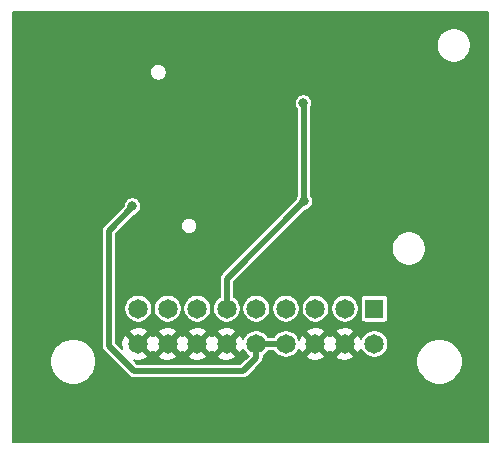
<source format=gbr>
G04 #@! TF.GenerationSoftware,KiCad,Pcbnew,(5.1.2)-2*
G04 #@! TF.CreationDate,2020-01-30T13:06:46+01:00*
G04 #@! TF.ProjectId,Pedalbox Extenion Board,50656461-6c62-46f7-9820-457874656e69,rev?*
G04 #@! TF.SameCoordinates,Original*
G04 #@! TF.FileFunction,Copper,L2,Bot*
G04 #@! TF.FilePolarity,Positive*
%FSLAX46Y46*%
G04 Gerber Fmt 4.6, Leading zero omitted, Abs format (unit mm)*
G04 Created by KiCad (PCBNEW (5.1.2)-2) date 2020-01-30 13:06:46*
%MOMM*%
%LPD*%
G04 APERTURE LIST*
%ADD10C,1.650000*%
%ADD11R,1.650000X1.650000*%
%ADD12C,0.800000*%
%ADD13C,0.508000*%
%ADD14C,0.200000*%
G04 APERTURE END LIST*
D10*
X140000000Y-148500000D03*
X142500000Y-148500000D03*
X145000000Y-148500000D03*
X147500000Y-148500000D03*
X150000000Y-148500000D03*
X152500000Y-148500000D03*
X155000000Y-148500000D03*
X157500000Y-148500000D03*
X160000000Y-148500000D03*
X140000000Y-145500000D03*
X142500000Y-145500000D03*
X145000000Y-145500000D03*
X147500000Y-145500000D03*
X150000000Y-145500000D03*
X152500000Y-145500000D03*
X155000000Y-145500000D03*
X157500000Y-145500000D03*
D11*
X160000000Y-145500000D03*
D12*
X154051000Y-136423400D03*
X153987500Y-128117600D03*
X138912600Y-134391400D03*
X134366000Y-132715000D03*
X135470900Y-138303000D03*
X130175000Y-143192500D03*
X149326600Y-137668000D03*
X149275800Y-134721600D03*
X149225000Y-132626100D03*
X145592800Y-123088400D03*
X142697200Y-123012200D03*
X139788900Y-123050300D03*
X155143200Y-128193800D03*
X163766500Y-128752600D03*
X155435300Y-137617200D03*
X158000700Y-141300200D03*
X161442400Y-137541000D03*
X132245100Y-127177800D03*
X130568700Y-124002800D03*
X139306300Y-140830300D03*
X139509500Y-136842500D03*
D13*
X147500000Y-145500000D02*
X147500000Y-142974400D01*
X147500000Y-142974400D02*
X154051000Y-136423400D01*
X154051000Y-136423400D02*
X154051000Y-128181100D01*
X154051000Y-128181100D02*
X153987500Y-128117600D01*
X150000000Y-148500000D02*
X152500000Y-148500000D01*
X139509500Y-136918700D02*
X139509500Y-136842500D01*
X150000000Y-149666726D02*
X148892326Y-150774400D01*
X137502900Y-138925300D02*
X139509500Y-136918700D01*
X148892326Y-150774400D02*
X139636500Y-150774400D01*
X139636500Y-150774400D02*
X137502900Y-148640800D01*
X150000000Y-148500000D02*
X150000000Y-149666726D01*
X137502900Y-148640800D02*
X137502900Y-138925300D01*
D14*
G36*
X169596001Y-156796000D02*
G01*
X129404000Y-156796000D01*
X129404000Y-149807548D01*
X132546000Y-149807548D01*
X132546000Y-150192452D01*
X132621091Y-150569961D01*
X132768387Y-150925566D01*
X132982229Y-151245603D01*
X133254397Y-151517771D01*
X133574434Y-151731613D01*
X133930039Y-151878909D01*
X134307548Y-151954000D01*
X134692452Y-151954000D01*
X135069961Y-151878909D01*
X135425566Y-151731613D01*
X135745603Y-151517771D01*
X136017771Y-151245603D01*
X136231613Y-150925566D01*
X136378909Y-150569961D01*
X136454000Y-150192452D01*
X136454000Y-149807548D01*
X136378909Y-149430039D01*
X136231613Y-149074434D01*
X136017771Y-148754397D01*
X135745603Y-148482229D01*
X135425566Y-148268387D01*
X135069961Y-148121091D01*
X134692452Y-148046000D01*
X134307548Y-148046000D01*
X133930039Y-148121091D01*
X133574434Y-148268387D01*
X133254397Y-148482229D01*
X132982229Y-148754397D01*
X132768387Y-149074434D01*
X132621091Y-149430039D01*
X132546000Y-149807548D01*
X129404000Y-149807548D01*
X129404000Y-138925300D01*
X136891959Y-138925300D01*
X136894901Y-138955171D01*
X136894900Y-148610939D01*
X136891959Y-148640800D01*
X136894900Y-148670660D01*
X136903698Y-148759988D01*
X136938464Y-148874596D01*
X136994921Y-148980220D01*
X137070899Y-149072801D01*
X137094102Y-149091843D01*
X139185461Y-151183203D01*
X139204499Y-151206401D01*
X139297079Y-151282379D01*
X139402703Y-151338836D01*
X139517311Y-151373602D01*
X139636499Y-151385341D01*
X139666360Y-151382400D01*
X148862466Y-151382400D01*
X148892326Y-151385341D01*
X148922186Y-151382400D01*
X148922187Y-151382400D01*
X149011515Y-151373602D01*
X149126123Y-151338836D01*
X149231747Y-151282379D01*
X149324327Y-151206401D01*
X149343369Y-151183198D01*
X150408803Y-150117765D01*
X150432001Y-150098727D01*
X150507979Y-150006147D01*
X150564436Y-149900523D01*
X150599202Y-149785915D01*
X150608000Y-149696587D01*
X150610941Y-149666726D01*
X150608000Y-149636866D01*
X150608000Y-149511719D01*
X150751569Y-149415789D01*
X150915789Y-149251569D01*
X151011719Y-149108000D01*
X151488281Y-149108000D01*
X151584211Y-149251569D01*
X151748431Y-149415789D01*
X151941534Y-149544817D01*
X152156098Y-149633692D01*
X152383879Y-149679000D01*
X152616121Y-149679000D01*
X152843902Y-149633692D01*
X153058466Y-149544817D01*
X153105981Y-149513068D01*
X154204721Y-149513068D01*
X154283071Y-149748768D01*
X154540469Y-149864639D01*
X154815526Y-149928068D01*
X155097673Y-149936617D01*
X155376067Y-149889958D01*
X155640008Y-149789883D01*
X155716929Y-149748768D01*
X155795279Y-149513068D01*
X156704721Y-149513068D01*
X156783071Y-149748768D01*
X157040469Y-149864639D01*
X157315526Y-149928068D01*
X157597673Y-149936617D01*
X157876067Y-149889958D01*
X158093417Y-149807548D01*
X163546000Y-149807548D01*
X163546000Y-150192452D01*
X163621091Y-150569961D01*
X163768387Y-150925566D01*
X163982229Y-151245603D01*
X164254397Y-151517771D01*
X164574434Y-151731613D01*
X164930039Y-151878909D01*
X165307548Y-151954000D01*
X165692452Y-151954000D01*
X166069961Y-151878909D01*
X166425566Y-151731613D01*
X166745603Y-151517771D01*
X167017771Y-151245603D01*
X167231613Y-150925566D01*
X167378909Y-150569961D01*
X167454000Y-150192452D01*
X167454000Y-149807548D01*
X167378909Y-149430039D01*
X167231613Y-149074434D01*
X167017771Y-148754397D01*
X166745603Y-148482229D01*
X166425566Y-148268387D01*
X166069961Y-148121091D01*
X165692452Y-148046000D01*
X165307548Y-148046000D01*
X164930039Y-148121091D01*
X164574434Y-148268387D01*
X164254397Y-148482229D01*
X163982229Y-148754397D01*
X163768387Y-149074434D01*
X163621091Y-149430039D01*
X163546000Y-149807548D01*
X158093417Y-149807548D01*
X158140008Y-149789883D01*
X158216929Y-149748768D01*
X158295279Y-149513068D01*
X157500000Y-148717789D01*
X156704721Y-149513068D01*
X155795279Y-149513068D01*
X155000000Y-148717789D01*
X154204721Y-149513068D01*
X153105981Y-149513068D01*
X153251569Y-149415789D01*
X153415789Y-149251569D01*
X153544817Y-149058466D01*
X153614977Y-148889083D01*
X153710117Y-149140008D01*
X153751232Y-149216929D01*
X153986932Y-149295279D01*
X154782211Y-148500000D01*
X155217789Y-148500000D01*
X156013068Y-149295279D01*
X156248768Y-149216929D01*
X156249894Y-149214427D01*
X156251232Y-149216929D01*
X156486932Y-149295279D01*
X157282211Y-148500000D01*
X157717789Y-148500000D01*
X158513068Y-149295279D01*
X158748768Y-149216929D01*
X158864639Y-148959531D01*
X158882364Y-148882666D01*
X158955183Y-149058466D01*
X159084211Y-149251569D01*
X159248431Y-149415789D01*
X159441534Y-149544817D01*
X159656098Y-149633692D01*
X159883879Y-149679000D01*
X160116121Y-149679000D01*
X160343902Y-149633692D01*
X160558466Y-149544817D01*
X160751569Y-149415789D01*
X160915789Y-149251569D01*
X161044817Y-149058466D01*
X161133692Y-148843902D01*
X161179000Y-148616121D01*
X161179000Y-148383879D01*
X161133692Y-148156098D01*
X161044817Y-147941534D01*
X160915789Y-147748431D01*
X160751569Y-147584211D01*
X160558466Y-147455183D01*
X160343902Y-147366308D01*
X160116121Y-147321000D01*
X159883879Y-147321000D01*
X159656098Y-147366308D01*
X159441534Y-147455183D01*
X159248431Y-147584211D01*
X159084211Y-147748431D01*
X158955183Y-147941534D01*
X158885023Y-148110917D01*
X158789883Y-147859992D01*
X158748768Y-147783071D01*
X158513068Y-147704721D01*
X157717789Y-148500000D01*
X157282211Y-148500000D01*
X156486932Y-147704721D01*
X156251232Y-147783071D01*
X156250106Y-147785573D01*
X156248768Y-147783071D01*
X156013068Y-147704721D01*
X155217789Y-148500000D01*
X154782211Y-148500000D01*
X153986932Y-147704721D01*
X153751232Y-147783071D01*
X153635361Y-148040469D01*
X153617636Y-148117334D01*
X153544817Y-147941534D01*
X153415789Y-147748431D01*
X153251569Y-147584211D01*
X153105982Y-147486932D01*
X154204721Y-147486932D01*
X155000000Y-148282211D01*
X155795279Y-147486932D01*
X156704721Y-147486932D01*
X157500000Y-148282211D01*
X158295279Y-147486932D01*
X158216929Y-147251232D01*
X157959531Y-147135361D01*
X157684474Y-147071932D01*
X157402327Y-147063383D01*
X157123933Y-147110042D01*
X156859992Y-147210117D01*
X156783071Y-147251232D01*
X156704721Y-147486932D01*
X155795279Y-147486932D01*
X155716929Y-147251232D01*
X155459531Y-147135361D01*
X155184474Y-147071932D01*
X154902327Y-147063383D01*
X154623933Y-147110042D01*
X154359992Y-147210117D01*
X154283071Y-147251232D01*
X154204721Y-147486932D01*
X153105982Y-147486932D01*
X153058466Y-147455183D01*
X152843902Y-147366308D01*
X152616121Y-147321000D01*
X152383879Y-147321000D01*
X152156098Y-147366308D01*
X151941534Y-147455183D01*
X151748431Y-147584211D01*
X151584211Y-147748431D01*
X151488281Y-147892000D01*
X151011719Y-147892000D01*
X150915789Y-147748431D01*
X150751569Y-147584211D01*
X150558466Y-147455183D01*
X150343902Y-147366308D01*
X150116121Y-147321000D01*
X149883879Y-147321000D01*
X149656098Y-147366308D01*
X149441534Y-147455183D01*
X149248431Y-147584211D01*
X149084211Y-147748431D01*
X148955183Y-147941534D01*
X148885023Y-148110917D01*
X148789883Y-147859992D01*
X148748768Y-147783071D01*
X148513068Y-147704721D01*
X147717789Y-148500000D01*
X148513068Y-149295279D01*
X148748768Y-149216929D01*
X148864639Y-148959531D01*
X148882364Y-148882666D01*
X148955183Y-149058466D01*
X149084211Y-149251569D01*
X149248431Y-149415789D01*
X149333952Y-149472932D01*
X148640485Y-150166400D01*
X139888342Y-150166400D01*
X139600401Y-149878460D01*
X139815526Y-149928068D01*
X140097673Y-149936617D01*
X140376067Y-149889958D01*
X140640008Y-149789883D01*
X140716929Y-149748768D01*
X140795279Y-149513068D01*
X141704721Y-149513068D01*
X141783071Y-149748768D01*
X142040469Y-149864639D01*
X142315526Y-149928068D01*
X142597673Y-149936617D01*
X142876067Y-149889958D01*
X143140008Y-149789883D01*
X143216929Y-149748768D01*
X143295279Y-149513068D01*
X144204721Y-149513068D01*
X144283071Y-149748768D01*
X144540469Y-149864639D01*
X144815526Y-149928068D01*
X145097673Y-149936617D01*
X145376067Y-149889958D01*
X145640008Y-149789883D01*
X145716929Y-149748768D01*
X145795279Y-149513068D01*
X146704721Y-149513068D01*
X146783071Y-149748768D01*
X147040469Y-149864639D01*
X147315526Y-149928068D01*
X147597673Y-149936617D01*
X147876067Y-149889958D01*
X148140008Y-149789883D01*
X148216929Y-149748768D01*
X148295279Y-149513068D01*
X147500000Y-148717789D01*
X146704721Y-149513068D01*
X145795279Y-149513068D01*
X145000000Y-148717789D01*
X144204721Y-149513068D01*
X143295279Y-149513068D01*
X142500000Y-148717789D01*
X141704721Y-149513068D01*
X140795279Y-149513068D01*
X140000000Y-148717789D01*
X139985858Y-148731931D01*
X139768069Y-148514142D01*
X139782211Y-148500000D01*
X140217789Y-148500000D01*
X141013068Y-149295279D01*
X141248768Y-149216929D01*
X141249894Y-149214427D01*
X141251232Y-149216929D01*
X141486932Y-149295279D01*
X142282211Y-148500000D01*
X142717789Y-148500000D01*
X143513068Y-149295279D01*
X143748768Y-149216929D01*
X143749894Y-149214427D01*
X143751232Y-149216929D01*
X143986932Y-149295279D01*
X144782211Y-148500000D01*
X145217789Y-148500000D01*
X146013068Y-149295279D01*
X146248768Y-149216929D01*
X146249894Y-149214427D01*
X146251232Y-149216929D01*
X146486932Y-149295279D01*
X147282211Y-148500000D01*
X146486932Y-147704721D01*
X146251232Y-147783071D01*
X146250106Y-147785573D01*
X146248768Y-147783071D01*
X146013068Y-147704721D01*
X145217789Y-148500000D01*
X144782211Y-148500000D01*
X143986932Y-147704721D01*
X143751232Y-147783071D01*
X143750106Y-147785573D01*
X143748768Y-147783071D01*
X143513068Y-147704721D01*
X142717789Y-148500000D01*
X142282211Y-148500000D01*
X141486932Y-147704721D01*
X141251232Y-147783071D01*
X141250106Y-147785573D01*
X141248768Y-147783071D01*
X141013068Y-147704721D01*
X140217789Y-148500000D01*
X139782211Y-148500000D01*
X138986932Y-147704721D01*
X138751232Y-147783071D01*
X138635361Y-148040469D01*
X138571932Y-148315526D01*
X138563383Y-148597673D01*
X138610042Y-148876067D01*
X138617391Y-148895450D01*
X138110900Y-148388959D01*
X138110900Y-147486932D01*
X139204721Y-147486932D01*
X140000000Y-148282211D01*
X140795279Y-147486932D01*
X141704721Y-147486932D01*
X142500000Y-148282211D01*
X143295279Y-147486932D01*
X144204721Y-147486932D01*
X145000000Y-148282211D01*
X145795279Y-147486932D01*
X146704721Y-147486932D01*
X147500000Y-148282211D01*
X148295279Y-147486932D01*
X148216929Y-147251232D01*
X147959531Y-147135361D01*
X147684474Y-147071932D01*
X147402327Y-147063383D01*
X147123933Y-147110042D01*
X146859992Y-147210117D01*
X146783071Y-147251232D01*
X146704721Y-147486932D01*
X145795279Y-147486932D01*
X145716929Y-147251232D01*
X145459531Y-147135361D01*
X145184474Y-147071932D01*
X144902327Y-147063383D01*
X144623933Y-147110042D01*
X144359992Y-147210117D01*
X144283071Y-147251232D01*
X144204721Y-147486932D01*
X143295279Y-147486932D01*
X143216929Y-147251232D01*
X142959531Y-147135361D01*
X142684474Y-147071932D01*
X142402327Y-147063383D01*
X142123933Y-147110042D01*
X141859992Y-147210117D01*
X141783071Y-147251232D01*
X141704721Y-147486932D01*
X140795279Y-147486932D01*
X140716929Y-147251232D01*
X140459531Y-147135361D01*
X140184474Y-147071932D01*
X139902327Y-147063383D01*
X139623933Y-147110042D01*
X139359992Y-147210117D01*
X139283071Y-147251232D01*
X139204721Y-147486932D01*
X138110900Y-147486932D01*
X138110900Y-145383879D01*
X138821000Y-145383879D01*
X138821000Y-145616121D01*
X138866308Y-145843902D01*
X138955183Y-146058466D01*
X139084211Y-146251569D01*
X139248431Y-146415789D01*
X139441534Y-146544817D01*
X139656098Y-146633692D01*
X139883879Y-146679000D01*
X140116121Y-146679000D01*
X140343902Y-146633692D01*
X140558466Y-146544817D01*
X140751569Y-146415789D01*
X140915789Y-146251569D01*
X141044817Y-146058466D01*
X141133692Y-145843902D01*
X141179000Y-145616121D01*
X141179000Y-145383879D01*
X141321000Y-145383879D01*
X141321000Y-145616121D01*
X141366308Y-145843902D01*
X141455183Y-146058466D01*
X141584211Y-146251569D01*
X141748431Y-146415789D01*
X141941534Y-146544817D01*
X142156098Y-146633692D01*
X142383879Y-146679000D01*
X142616121Y-146679000D01*
X142843902Y-146633692D01*
X143058466Y-146544817D01*
X143251569Y-146415789D01*
X143415789Y-146251569D01*
X143544817Y-146058466D01*
X143633692Y-145843902D01*
X143679000Y-145616121D01*
X143679000Y-145383879D01*
X143821000Y-145383879D01*
X143821000Y-145616121D01*
X143866308Y-145843902D01*
X143955183Y-146058466D01*
X144084211Y-146251569D01*
X144248431Y-146415789D01*
X144441534Y-146544817D01*
X144656098Y-146633692D01*
X144883879Y-146679000D01*
X145116121Y-146679000D01*
X145343902Y-146633692D01*
X145558466Y-146544817D01*
X145751569Y-146415789D01*
X145915789Y-146251569D01*
X146044817Y-146058466D01*
X146133692Y-145843902D01*
X146179000Y-145616121D01*
X146179000Y-145383879D01*
X146321000Y-145383879D01*
X146321000Y-145616121D01*
X146366308Y-145843902D01*
X146455183Y-146058466D01*
X146584211Y-146251569D01*
X146748431Y-146415789D01*
X146941534Y-146544817D01*
X147156098Y-146633692D01*
X147383879Y-146679000D01*
X147616121Y-146679000D01*
X147843902Y-146633692D01*
X148058466Y-146544817D01*
X148251569Y-146415789D01*
X148415789Y-146251569D01*
X148544817Y-146058466D01*
X148633692Y-145843902D01*
X148679000Y-145616121D01*
X148679000Y-145383879D01*
X148821000Y-145383879D01*
X148821000Y-145616121D01*
X148866308Y-145843902D01*
X148955183Y-146058466D01*
X149084211Y-146251569D01*
X149248431Y-146415789D01*
X149441534Y-146544817D01*
X149656098Y-146633692D01*
X149883879Y-146679000D01*
X150116121Y-146679000D01*
X150343902Y-146633692D01*
X150558466Y-146544817D01*
X150751569Y-146415789D01*
X150915789Y-146251569D01*
X151044817Y-146058466D01*
X151133692Y-145843902D01*
X151179000Y-145616121D01*
X151179000Y-145383879D01*
X151321000Y-145383879D01*
X151321000Y-145616121D01*
X151366308Y-145843902D01*
X151455183Y-146058466D01*
X151584211Y-146251569D01*
X151748431Y-146415789D01*
X151941534Y-146544817D01*
X152156098Y-146633692D01*
X152383879Y-146679000D01*
X152616121Y-146679000D01*
X152843902Y-146633692D01*
X153058466Y-146544817D01*
X153251569Y-146415789D01*
X153415789Y-146251569D01*
X153544817Y-146058466D01*
X153633692Y-145843902D01*
X153679000Y-145616121D01*
X153679000Y-145383879D01*
X153821000Y-145383879D01*
X153821000Y-145616121D01*
X153866308Y-145843902D01*
X153955183Y-146058466D01*
X154084211Y-146251569D01*
X154248431Y-146415789D01*
X154441534Y-146544817D01*
X154656098Y-146633692D01*
X154883879Y-146679000D01*
X155116121Y-146679000D01*
X155343902Y-146633692D01*
X155558466Y-146544817D01*
X155751569Y-146415789D01*
X155915789Y-146251569D01*
X156044817Y-146058466D01*
X156133692Y-145843902D01*
X156179000Y-145616121D01*
X156179000Y-145383879D01*
X156321000Y-145383879D01*
X156321000Y-145616121D01*
X156366308Y-145843902D01*
X156455183Y-146058466D01*
X156584211Y-146251569D01*
X156748431Y-146415789D01*
X156941534Y-146544817D01*
X157156098Y-146633692D01*
X157383879Y-146679000D01*
X157616121Y-146679000D01*
X157843902Y-146633692D01*
X158058466Y-146544817D01*
X158251569Y-146415789D01*
X158415789Y-146251569D01*
X158544817Y-146058466D01*
X158633692Y-145843902D01*
X158679000Y-145616121D01*
X158679000Y-145383879D01*
X158633692Y-145156098D01*
X158544817Y-144941534D01*
X158415789Y-144748431D01*
X158342358Y-144675000D01*
X158819288Y-144675000D01*
X158819288Y-146325000D01*
X158826123Y-146394396D01*
X158846365Y-146461125D01*
X158879236Y-146522623D01*
X158923474Y-146576526D01*
X158977377Y-146620764D01*
X159038875Y-146653635D01*
X159105604Y-146673877D01*
X159175000Y-146680712D01*
X160825000Y-146680712D01*
X160894396Y-146673877D01*
X160961125Y-146653635D01*
X161022623Y-146620764D01*
X161076526Y-146576526D01*
X161120764Y-146522623D01*
X161153635Y-146461125D01*
X161173877Y-146394396D01*
X161180712Y-146325000D01*
X161180712Y-144675000D01*
X161173877Y-144605604D01*
X161153635Y-144538875D01*
X161120764Y-144477377D01*
X161076526Y-144423474D01*
X161022623Y-144379236D01*
X160961125Y-144346365D01*
X160894396Y-144326123D01*
X160825000Y-144319288D01*
X159175000Y-144319288D01*
X159105604Y-144326123D01*
X159038875Y-144346365D01*
X158977377Y-144379236D01*
X158923474Y-144423474D01*
X158879236Y-144477377D01*
X158846365Y-144538875D01*
X158826123Y-144605604D01*
X158819288Y-144675000D01*
X158342358Y-144675000D01*
X158251569Y-144584211D01*
X158058466Y-144455183D01*
X157843902Y-144366308D01*
X157616121Y-144321000D01*
X157383879Y-144321000D01*
X157156098Y-144366308D01*
X156941534Y-144455183D01*
X156748431Y-144584211D01*
X156584211Y-144748431D01*
X156455183Y-144941534D01*
X156366308Y-145156098D01*
X156321000Y-145383879D01*
X156179000Y-145383879D01*
X156133692Y-145156098D01*
X156044817Y-144941534D01*
X155915789Y-144748431D01*
X155751569Y-144584211D01*
X155558466Y-144455183D01*
X155343902Y-144366308D01*
X155116121Y-144321000D01*
X154883879Y-144321000D01*
X154656098Y-144366308D01*
X154441534Y-144455183D01*
X154248431Y-144584211D01*
X154084211Y-144748431D01*
X153955183Y-144941534D01*
X153866308Y-145156098D01*
X153821000Y-145383879D01*
X153679000Y-145383879D01*
X153633692Y-145156098D01*
X153544817Y-144941534D01*
X153415789Y-144748431D01*
X153251569Y-144584211D01*
X153058466Y-144455183D01*
X152843902Y-144366308D01*
X152616121Y-144321000D01*
X152383879Y-144321000D01*
X152156098Y-144366308D01*
X151941534Y-144455183D01*
X151748431Y-144584211D01*
X151584211Y-144748431D01*
X151455183Y-144941534D01*
X151366308Y-145156098D01*
X151321000Y-145383879D01*
X151179000Y-145383879D01*
X151133692Y-145156098D01*
X151044817Y-144941534D01*
X150915789Y-144748431D01*
X150751569Y-144584211D01*
X150558466Y-144455183D01*
X150343902Y-144366308D01*
X150116121Y-144321000D01*
X149883879Y-144321000D01*
X149656098Y-144366308D01*
X149441534Y-144455183D01*
X149248431Y-144584211D01*
X149084211Y-144748431D01*
X148955183Y-144941534D01*
X148866308Y-145156098D01*
X148821000Y-145383879D01*
X148679000Y-145383879D01*
X148633692Y-145156098D01*
X148544817Y-144941534D01*
X148415789Y-144748431D01*
X148251569Y-144584211D01*
X148108000Y-144488281D01*
X148108000Y-143226241D01*
X151055447Y-140278794D01*
X161458000Y-140278794D01*
X161458000Y-140565206D01*
X161513877Y-140846116D01*
X161623482Y-141110727D01*
X161782605Y-141348871D01*
X161985129Y-141551395D01*
X162223273Y-141710518D01*
X162487884Y-141820123D01*
X162768794Y-141876000D01*
X163055206Y-141876000D01*
X163336116Y-141820123D01*
X163600727Y-141710518D01*
X163838871Y-141551395D01*
X164041395Y-141348871D01*
X164200518Y-141110727D01*
X164310123Y-140846116D01*
X164366000Y-140565206D01*
X164366000Y-140278794D01*
X164310123Y-139997884D01*
X164200518Y-139733273D01*
X164041395Y-139495129D01*
X163838871Y-139292605D01*
X163600727Y-139133482D01*
X163336116Y-139023877D01*
X163055206Y-138968000D01*
X162768794Y-138968000D01*
X162487884Y-139023877D01*
X162223273Y-139133482D01*
X161985129Y-139292605D01*
X161782605Y-139495129D01*
X161623482Y-139733273D01*
X161513877Y-139997884D01*
X161458000Y-140278794D01*
X151055447Y-140278794D01*
X154164683Y-137169559D01*
X154270934Y-137148424D01*
X154408153Y-137091586D01*
X154531647Y-137009070D01*
X154636670Y-136904047D01*
X154719186Y-136780553D01*
X154776024Y-136643334D01*
X154805000Y-136497662D01*
X154805000Y-136349138D01*
X154776024Y-136203466D01*
X154719186Y-136066247D01*
X154659000Y-135976172D01*
X154659000Y-128466752D01*
X154712524Y-128337534D01*
X154741500Y-128191862D01*
X154741500Y-128043338D01*
X154712524Y-127897666D01*
X154655686Y-127760447D01*
X154573170Y-127636953D01*
X154468147Y-127531930D01*
X154344653Y-127449414D01*
X154207434Y-127392576D01*
X154061762Y-127363600D01*
X153913238Y-127363600D01*
X153767566Y-127392576D01*
X153630347Y-127449414D01*
X153506853Y-127531930D01*
X153401830Y-127636953D01*
X153319314Y-127760447D01*
X153262476Y-127897666D01*
X153233500Y-128043338D01*
X153233500Y-128191862D01*
X153262476Y-128337534D01*
X153319314Y-128474753D01*
X153401830Y-128598247D01*
X153443001Y-128639418D01*
X153443000Y-135976172D01*
X153382814Y-136066247D01*
X153325976Y-136203466D01*
X153304841Y-136309717D01*
X147091198Y-142523361D01*
X147068000Y-142542399D01*
X147006342Y-142617529D01*
X146992021Y-142634980D01*
X146935565Y-142740603D01*
X146900798Y-142855212D01*
X146889059Y-142974400D01*
X146892001Y-143004270D01*
X146892000Y-144488280D01*
X146748431Y-144584211D01*
X146584211Y-144748431D01*
X146455183Y-144941534D01*
X146366308Y-145156098D01*
X146321000Y-145383879D01*
X146179000Y-145383879D01*
X146133692Y-145156098D01*
X146044817Y-144941534D01*
X145915789Y-144748431D01*
X145751569Y-144584211D01*
X145558466Y-144455183D01*
X145343902Y-144366308D01*
X145116121Y-144321000D01*
X144883879Y-144321000D01*
X144656098Y-144366308D01*
X144441534Y-144455183D01*
X144248431Y-144584211D01*
X144084211Y-144748431D01*
X143955183Y-144941534D01*
X143866308Y-145156098D01*
X143821000Y-145383879D01*
X143679000Y-145383879D01*
X143633692Y-145156098D01*
X143544817Y-144941534D01*
X143415789Y-144748431D01*
X143251569Y-144584211D01*
X143058466Y-144455183D01*
X142843902Y-144366308D01*
X142616121Y-144321000D01*
X142383879Y-144321000D01*
X142156098Y-144366308D01*
X141941534Y-144455183D01*
X141748431Y-144584211D01*
X141584211Y-144748431D01*
X141455183Y-144941534D01*
X141366308Y-145156098D01*
X141321000Y-145383879D01*
X141179000Y-145383879D01*
X141133692Y-145156098D01*
X141044817Y-144941534D01*
X140915789Y-144748431D01*
X140751569Y-144584211D01*
X140558466Y-144455183D01*
X140343902Y-144366308D01*
X140116121Y-144321000D01*
X139883879Y-144321000D01*
X139656098Y-144366308D01*
X139441534Y-144455183D01*
X139248431Y-144584211D01*
X139084211Y-144748431D01*
X138955183Y-144941534D01*
X138866308Y-145156098D01*
X138821000Y-145383879D01*
X138110900Y-145383879D01*
X138110900Y-139177141D01*
X138857379Y-138430662D01*
X143596000Y-138430662D01*
X143596000Y-138569338D01*
X143623055Y-138705349D01*
X143676124Y-138833469D01*
X143753168Y-138948774D01*
X143851226Y-139046832D01*
X143966531Y-139123876D01*
X144094651Y-139176945D01*
X144230662Y-139204000D01*
X144369338Y-139204000D01*
X144505349Y-139176945D01*
X144633469Y-139123876D01*
X144748774Y-139046832D01*
X144846832Y-138948774D01*
X144923876Y-138833469D01*
X144976945Y-138705349D01*
X145004000Y-138569338D01*
X145004000Y-138430662D01*
X144976945Y-138294651D01*
X144923876Y-138166531D01*
X144846832Y-138051226D01*
X144748774Y-137953168D01*
X144633469Y-137876124D01*
X144505349Y-137823055D01*
X144369338Y-137796000D01*
X144230662Y-137796000D01*
X144094651Y-137823055D01*
X143966531Y-137876124D01*
X143851226Y-137953168D01*
X143753168Y-138051226D01*
X143676124Y-138166531D01*
X143623055Y-138294651D01*
X143596000Y-138430662D01*
X138857379Y-138430662D01*
X139718303Y-137569738D01*
X139729434Y-137567524D01*
X139866653Y-137510686D01*
X139990147Y-137428170D01*
X140095170Y-137323147D01*
X140177686Y-137199653D01*
X140234524Y-137062434D01*
X140263500Y-136916762D01*
X140263500Y-136768238D01*
X140234524Y-136622566D01*
X140177686Y-136485347D01*
X140095170Y-136361853D01*
X139990147Y-136256830D01*
X139866653Y-136174314D01*
X139729434Y-136117476D01*
X139583762Y-136088500D01*
X139435238Y-136088500D01*
X139289566Y-136117476D01*
X139152347Y-136174314D01*
X139028853Y-136256830D01*
X138923830Y-136361853D01*
X138841314Y-136485347D01*
X138784476Y-136622566D01*
X138755500Y-136768238D01*
X138755500Y-136812859D01*
X137094098Y-138474261D01*
X137070900Y-138493299D01*
X137009242Y-138568429D01*
X136994921Y-138585880D01*
X136938465Y-138691503D01*
X136903698Y-138806112D01*
X136891959Y-138925300D01*
X129404000Y-138925300D01*
X129404000Y-125430662D01*
X140996000Y-125430662D01*
X140996000Y-125569338D01*
X141023055Y-125705349D01*
X141076124Y-125833469D01*
X141153168Y-125948774D01*
X141251226Y-126046832D01*
X141366531Y-126123876D01*
X141494651Y-126176945D01*
X141630662Y-126204000D01*
X141769338Y-126204000D01*
X141905349Y-126176945D01*
X142033469Y-126123876D01*
X142148774Y-126046832D01*
X142246832Y-125948774D01*
X142323876Y-125833469D01*
X142376945Y-125705349D01*
X142404000Y-125569338D01*
X142404000Y-125430662D01*
X142376945Y-125294651D01*
X142323876Y-125166531D01*
X142246832Y-125051226D01*
X142148774Y-124953168D01*
X142033469Y-124876124D01*
X141905349Y-124823055D01*
X141769338Y-124796000D01*
X141630662Y-124796000D01*
X141494651Y-124823055D01*
X141366531Y-124876124D01*
X141251226Y-124953168D01*
X141153168Y-125051226D01*
X141076124Y-125166531D01*
X141023055Y-125294651D01*
X140996000Y-125430662D01*
X129404000Y-125430662D01*
X129404000Y-123072194D01*
X165258900Y-123072194D01*
X165258900Y-123358606D01*
X165314777Y-123639516D01*
X165424382Y-123904127D01*
X165583505Y-124142271D01*
X165786029Y-124344795D01*
X166024173Y-124503918D01*
X166288784Y-124613523D01*
X166569694Y-124669400D01*
X166856106Y-124669400D01*
X167137016Y-124613523D01*
X167401627Y-124503918D01*
X167639771Y-124344795D01*
X167842295Y-124142271D01*
X168001418Y-123904127D01*
X168111023Y-123639516D01*
X168166900Y-123358606D01*
X168166900Y-123072194D01*
X168111023Y-122791284D01*
X168001418Y-122526673D01*
X167842295Y-122288529D01*
X167639771Y-122086005D01*
X167401627Y-121926882D01*
X167137016Y-121817277D01*
X166856106Y-121761400D01*
X166569694Y-121761400D01*
X166288784Y-121817277D01*
X166024173Y-121926882D01*
X165786029Y-122086005D01*
X165583505Y-122288529D01*
X165424382Y-122526673D01*
X165314777Y-122791284D01*
X165258900Y-123072194D01*
X129404000Y-123072194D01*
X129404000Y-120404000D01*
X169596000Y-120404000D01*
X169596001Y-156796000D01*
X169596001Y-156796000D01*
G37*
X169596001Y-156796000D02*
X129404000Y-156796000D01*
X129404000Y-149807548D01*
X132546000Y-149807548D01*
X132546000Y-150192452D01*
X132621091Y-150569961D01*
X132768387Y-150925566D01*
X132982229Y-151245603D01*
X133254397Y-151517771D01*
X133574434Y-151731613D01*
X133930039Y-151878909D01*
X134307548Y-151954000D01*
X134692452Y-151954000D01*
X135069961Y-151878909D01*
X135425566Y-151731613D01*
X135745603Y-151517771D01*
X136017771Y-151245603D01*
X136231613Y-150925566D01*
X136378909Y-150569961D01*
X136454000Y-150192452D01*
X136454000Y-149807548D01*
X136378909Y-149430039D01*
X136231613Y-149074434D01*
X136017771Y-148754397D01*
X135745603Y-148482229D01*
X135425566Y-148268387D01*
X135069961Y-148121091D01*
X134692452Y-148046000D01*
X134307548Y-148046000D01*
X133930039Y-148121091D01*
X133574434Y-148268387D01*
X133254397Y-148482229D01*
X132982229Y-148754397D01*
X132768387Y-149074434D01*
X132621091Y-149430039D01*
X132546000Y-149807548D01*
X129404000Y-149807548D01*
X129404000Y-138925300D01*
X136891959Y-138925300D01*
X136894901Y-138955171D01*
X136894900Y-148610939D01*
X136891959Y-148640800D01*
X136894900Y-148670660D01*
X136903698Y-148759988D01*
X136938464Y-148874596D01*
X136994921Y-148980220D01*
X137070899Y-149072801D01*
X137094102Y-149091843D01*
X139185461Y-151183203D01*
X139204499Y-151206401D01*
X139297079Y-151282379D01*
X139402703Y-151338836D01*
X139517311Y-151373602D01*
X139636499Y-151385341D01*
X139666360Y-151382400D01*
X148862466Y-151382400D01*
X148892326Y-151385341D01*
X148922186Y-151382400D01*
X148922187Y-151382400D01*
X149011515Y-151373602D01*
X149126123Y-151338836D01*
X149231747Y-151282379D01*
X149324327Y-151206401D01*
X149343369Y-151183198D01*
X150408803Y-150117765D01*
X150432001Y-150098727D01*
X150507979Y-150006147D01*
X150564436Y-149900523D01*
X150599202Y-149785915D01*
X150608000Y-149696587D01*
X150610941Y-149666726D01*
X150608000Y-149636866D01*
X150608000Y-149511719D01*
X150751569Y-149415789D01*
X150915789Y-149251569D01*
X151011719Y-149108000D01*
X151488281Y-149108000D01*
X151584211Y-149251569D01*
X151748431Y-149415789D01*
X151941534Y-149544817D01*
X152156098Y-149633692D01*
X152383879Y-149679000D01*
X152616121Y-149679000D01*
X152843902Y-149633692D01*
X153058466Y-149544817D01*
X153105981Y-149513068D01*
X154204721Y-149513068D01*
X154283071Y-149748768D01*
X154540469Y-149864639D01*
X154815526Y-149928068D01*
X155097673Y-149936617D01*
X155376067Y-149889958D01*
X155640008Y-149789883D01*
X155716929Y-149748768D01*
X155795279Y-149513068D01*
X156704721Y-149513068D01*
X156783071Y-149748768D01*
X157040469Y-149864639D01*
X157315526Y-149928068D01*
X157597673Y-149936617D01*
X157876067Y-149889958D01*
X158093417Y-149807548D01*
X163546000Y-149807548D01*
X163546000Y-150192452D01*
X163621091Y-150569961D01*
X163768387Y-150925566D01*
X163982229Y-151245603D01*
X164254397Y-151517771D01*
X164574434Y-151731613D01*
X164930039Y-151878909D01*
X165307548Y-151954000D01*
X165692452Y-151954000D01*
X166069961Y-151878909D01*
X166425566Y-151731613D01*
X166745603Y-151517771D01*
X167017771Y-151245603D01*
X167231613Y-150925566D01*
X167378909Y-150569961D01*
X167454000Y-150192452D01*
X167454000Y-149807548D01*
X167378909Y-149430039D01*
X167231613Y-149074434D01*
X167017771Y-148754397D01*
X166745603Y-148482229D01*
X166425566Y-148268387D01*
X166069961Y-148121091D01*
X165692452Y-148046000D01*
X165307548Y-148046000D01*
X164930039Y-148121091D01*
X164574434Y-148268387D01*
X164254397Y-148482229D01*
X163982229Y-148754397D01*
X163768387Y-149074434D01*
X163621091Y-149430039D01*
X163546000Y-149807548D01*
X158093417Y-149807548D01*
X158140008Y-149789883D01*
X158216929Y-149748768D01*
X158295279Y-149513068D01*
X157500000Y-148717789D01*
X156704721Y-149513068D01*
X155795279Y-149513068D01*
X155000000Y-148717789D01*
X154204721Y-149513068D01*
X153105981Y-149513068D01*
X153251569Y-149415789D01*
X153415789Y-149251569D01*
X153544817Y-149058466D01*
X153614977Y-148889083D01*
X153710117Y-149140008D01*
X153751232Y-149216929D01*
X153986932Y-149295279D01*
X154782211Y-148500000D01*
X155217789Y-148500000D01*
X156013068Y-149295279D01*
X156248768Y-149216929D01*
X156249894Y-149214427D01*
X156251232Y-149216929D01*
X156486932Y-149295279D01*
X157282211Y-148500000D01*
X157717789Y-148500000D01*
X158513068Y-149295279D01*
X158748768Y-149216929D01*
X158864639Y-148959531D01*
X158882364Y-148882666D01*
X158955183Y-149058466D01*
X159084211Y-149251569D01*
X159248431Y-149415789D01*
X159441534Y-149544817D01*
X159656098Y-149633692D01*
X159883879Y-149679000D01*
X160116121Y-149679000D01*
X160343902Y-149633692D01*
X160558466Y-149544817D01*
X160751569Y-149415789D01*
X160915789Y-149251569D01*
X161044817Y-149058466D01*
X161133692Y-148843902D01*
X161179000Y-148616121D01*
X161179000Y-148383879D01*
X161133692Y-148156098D01*
X161044817Y-147941534D01*
X160915789Y-147748431D01*
X160751569Y-147584211D01*
X160558466Y-147455183D01*
X160343902Y-147366308D01*
X160116121Y-147321000D01*
X159883879Y-147321000D01*
X159656098Y-147366308D01*
X159441534Y-147455183D01*
X159248431Y-147584211D01*
X159084211Y-147748431D01*
X158955183Y-147941534D01*
X158885023Y-148110917D01*
X158789883Y-147859992D01*
X158748768Y-147783071D01*
X158513068Y-147704721D01*
X157717789Y-148500000D01*
X157282211Y-148500000D01*
X156486932Y-147704721D01*
X156251232Y-147783071D01*
X156250106Y-147785573D01*
X156248768Y-147783071D01*
X156013068Y-147704721D01*
X155217789Y-148500000D01*
X154782211Y-148500000D01*
X153986932Y-147704721D01*
X153751232Y-147783071D01*
X153635361Y-148040469D01*
X153617636Y-148117334D01*
X153544817Y-147941534D01*
X153415789Y-147748431D01*
X153251569Y-147584211D01*
X153105982Y-147486932D01*
X154204721Y-147486932D01*
X155000000Y-148282211D01*
X155795279Y-147486932D01*
X156704721Y-147486932D01*
X157500000Y-148282211D01*
X158295279Y-147486932D01*
X158216929Y-147251232D01*
X157959531Y-147135361D01*
X157684474Y-147071932D01*
X157402327Y-147063383D01*
X157123933Y-147110042D01*
X156859992Y-147210117D01*
X156783071Y-147251232D01*
X156704721Y-147486932D01*
X155795279Y-147486932D01*
X155716929Y-147251232D01*
X155459531Y-147135361D01*
X155184474Y-147071932D01*
X154902327Y-147063383D01*
X154623933Y-147110042D01*
X154359992Y-147210117D01*
X154283071Y-147251232D01*
X154204721Y-147486932D01*
X153105982Y-147486932D01*
X153058466Y-147455183D01*
X152843902Y-147366308D01*
X152616121Y-147321000D01*
X152383879Y-147321000D01*
X152156098Y-147366308D01*
X151941534Y-147455183D01*
X151748431Y-147584211D01*
X151584211Y-147748431D01*
X151488281Y-147892000D01*
X151011719Y-147892000D01*
X150915789Y-147748431D01*
X150751569Y-147584211D01*
X150558466Y-147455183D01*
X150343902Y-147366308D01*
X150116121Y-147321000D01*
X149883879Y-147321000D01*
X149656098Y-147366308D01*
X149441534Y-147455183D01*
X149248431Y-147584211D01*
X149084211Y-147748431D01*
X148955183Y-147941534D01*
X148885023Y-148110917D01*
X148789883Y-147859992D01*
X148748768Y-147783071D01*
X148513068Y-147704721D01*
X147717789Y-148500000D01*
X148513068Y-149295279D01*
X148748768Y-149216929D01*
X148864639Y-148959531D01*
X148882364Y-148882666D01*
X148955183Y-149058466D01*
X149084211Y-149251569D01*
X149248431Y-149415789D01*
X149333952Y-149472932D01*
X148640485Y-150166400D01*
X139888342Y-150166400D01*
X139600401Y-149878460D01*
X139815526Y-149928068D01*
X140097673Y-149936617D01*
X140376067Y-149889958D01*
X140640008Y-149789883D01*
X140716929Y-149748768D01*
X140795279Y-149513068D01*
X141704721Y-149513068D01*
X141783071Y-149748768D01*
X142040469Y-149864639D01*
X142315526Y-149928068D01*
X142597673Y-149936617D01*
X142876067Y-149889958D01*
X143140008Y-149789883D01*
X143216929Y-149748768D01*
X143295279Y-149513068D01*
X144204721Y-149513068D01*
X144283071Y-149748768D01*
X144540469Y-149864639D01*
X144815526Y-149928068D01*
X145097673Y-149936617D01*
X145376067Y-149889958D01*
X145640008Y-149789883D01*
X145716929Y-149748768D01*
X145795279Y-149513068D01*
X146704721Y-149513068D01*
X146783071Y-149748768D01*
X147040469Y-149864639D01*
X147315526Y-149928068D01*
X147597673Y-149936617D01*
X147876067Y-149889958D01*
X148140008Y-149789883D01*
X148216929Y-149748768D01*
X148295279Y-149513068D01*
X147500000Y-148717789D01*
X146704721Y-149513068D01*
X145795279Y-149513068D01*
X145000000Y-148717789D01*
X144204721Y-149513068D01*
X143295279Y-149513068D01*
X142500000Y-148717789D01*
X141704721Y-149513068D01*
X140795279Y-149513068D01*
X140000000Y-148717789D01*
X139985858Y-148731931D01*
X139768069Y-148514142D01*
X139782211Y-148500000D01*
X140217789Y-148500000D01*
X141013068Y-149295279D01*
X141248768Y-149216929D01*
X141249894Y-149214427D01*
X141251232Y-149216929D01*
X141486932Y-149295279D01*
X142282211Y-148500000D01*
X142717789Y-148500000D01*
X143513068Y-149295279D01*
X143748768Y-149216929D01*
X143749894Y-149214427D01*
X143751232Y-149216929D01*
X143986932Y-149295279D01*
X144782211Y-148500000D01*
X145217789Y-148500000D01*
X146013068Y-149295279D01*
X146248768Y-149216929D01*
X146249894Y-149214427D01*
X146251232Y-149216929D01*
X146486932Y-149295279D01*
X147282211Y-148500000D01*
X146486932Y-147704721D01*
X146251232Y-147783071D01*
X146250106Y-147785573D01*
X146248768Y-147783071D01*
X146013068Y-147704721D01*
X145217789Y-148500000D01*
X144782211Y-148500000D01*
X143986932Y-147704721D01*
X143751232Y-147783071D01*
X143750106Y-147785573D01*
X143748768Y-147783071D01*
X143513068Y-147704721D01*
X142717789Y-148500000D01*
X142282211Y-148500000D01*
X141486932Y-147704721D01*
X141251232Y-147783071D01*
X141250106Y-147785573D01*
X141248768Y-147783071D01*
X141013068Y-147704721D01*
X140217789Y-148500000D01*
X139782211Y-148500000D01*
X138986932Y-147704721D01*
X138751232Y-147783071D01*
X138635361Y-148040469D01*
X138571932Y-148315526D01*
X138563383Y-148597673D01*
X138610042Y-148876067D01*
X138617391Y-148895450D01*
X138110900Y-148388959D01*
X138110900Y-147486932D01*
X139204721Y-147486932D01*
X140000000Y-148282211D01*
X140795279Y-147486932D01*
X141704721Y-147486932D01*
X142500000Y-148282211D01*
X143295279Y-147486932D01*
X144204721Y-147486932D01*
X145000000Y-148282211D01*
X145795279Y-147486932D01*
X146704721Y-147486932D01*
X147500000Y-148282211D01*
X148295279Y-147486932D01*
X148216929Y-147251232D01*
X147959531Y-147135361D01*
X147684474Y-147071932D01*
X147402327Y-147063383D01*
X147123933Y-147110042D01*
X146859992Y-147210117D01*
X146783071Y-147251232D01*
X146704721Y-147486932D01*
X145795279Y-147486932D01*
X145716929Y-147251232D01*
X145459531Y-147135361D01*
X145184474Y-147071932D01*
X144902327Y-147063383D01*
X144623933Y-147110042D01*
X144359992Y-147210117D01*
X144283071Y-147251232D01*
X144204721Y-147486932D01*
X143295279Y-147486932D01*
X143216929Y-147251232D01*
X142959531Y-147135361D01*
X142684474Y-147071932D01*
X142402327Y-147063383D01*
X142123933Y-147110042D01*
X141859992Y-147210117D01*
X141783071Y-147251232D01*
X141704721Y-147486932D01*
X140795279Y-147486932D01*
X140716929Y-147251232D01*
X140459531Y-147135361D01*
X140184474Y-147071932D01*
X139902327Y-147063383D01*
X139623933Y-147110042D01*
X139359992Y-147210117D01*
X139283071Y-147251232D01*
X139204721Y-147486932D01*
X138110900Y-147486932D01*
X138110900Y-145383879D01*
X138821000Y-145383879D01*
X138821000Y-145616121D01*
X138866308Y-145843902D01*
X138955183Y-146058466D01*
X139084211Y-146251569D01*
X139248431Y-146415789D01*
X139441534Y-146544817D01*
X139656098Y-146633692D01*
X139883879Y-146679000D01*
X140116121Y-146679000D01*
X140343902Y-146633692D01*
X140558466Y-146544817D01*
X140751569Y-146415789D01*
X140915789Y-146251569D01*
X141044817Y-146058466D01*
X141133692Y-145843902D01*
X141179000Y-145616121D01*
X141179000Y-145383879D01*
X141321000Y-145383879D01*
X141321000Y-145616121D01*
X141366308Y-145843902D01*
X141455183Y-146058466D01*
X141584211Y-146251569D01*
X141748431Y-146415789D01*
X141941534Y-146544817D01*
X142156098Y-146633692D01*
X142383879Y-146679000D01*
X142616121Y-146679000D01*
X142843902Y-146633692D01*
X143058466Y-146544817D01*
X143251569Y-146415789D01*
X143415789Y-146251569D01*
X143544817Y-146058466D01*
X143633692Y-145843902D01*
X143679000Y-145616121D01*
X143679000Y-145383879D01*
X143821000Y-145383879D01*
X143821000Y-145616121D01*
X143866308Y-145843902D01*
X143955183Y-146058466D01*
X144084211Y-146251569D01*
X144248431Y-146415789D01*
X144441534Y-146544817D01*
X144656098Y-146633692D01*
X144883879Y-146679000D01*
X145116121Y-146679000D01*
X145343902Y-146633692D01*
X145558466Y-146544817D01*
X145751569Y-146415789D01*
X145915789Y-146251569D01*
X146044817Y-146058466D01*
X146133692Y-145843902D01*
X146179000Y-145616121D01*
X146179000Y-145383879D01*
X146321000Y-145383879D01*
X146321000Y-145616121D01*
X146366308Y-145843902D01*
X146455183Y-146058466D01*
X146584211Y-146251569D01*
X146748431Y-146415789D01*
X146941534Y-146544817D01*
X147156098Y-146633692D01*
X147383879Y-146679000D01*
X147616121Y-146679000D01*
X147843902Y-146633692D01*
X148058466Y-146544817D01*
X148251569Y-146415789D01*
X148415789Y-146251569D01*
X148544817Y-146058466D01*
X148633692Y-145843902D01*
X148679000Y-145616121D01*
X148679000Y-145383879D01*
X148821000Y-145383879D01*
X148821000Y-145616121D01*
X148866308Y-145843902D01*
X148955183Y-146058466D01*
X149084211Y-146251569D01*
X149248431Y-146415789D01*
X149441534Y-146544817D01*
X149656098Y-146633692D01*
X149883879Y-146679000D01*
X150116121Y-146679000D01*
X150343902Y-146633692D01*
X150558466Y-146544817D01*
X150751569Y-146415789D01*
X150915789Y-146251569D01*
X151044817Y-146058466D01*
X151133692Y-145843902D01*
X151179000Y-145616121D01*
X151179000Y-145383879D01*
X151321000Y-145383879D01*
X151321000Y-145616121D01*
X151366308Y-145843902D01*
X151455183Y-146058466D01*
X151584211Y-146251569D01*
X151748431Y-146415789D01*
X151941534Y-146544817D01*
X152156098Y-146633692D01*
X152383879Y-146679000D01*
X152616121Y-146679000D01*
X152843902Y-146633692D01*
X153058466Y-146544817D01*
X153251569Y-146415789D01*
X153415789Y-146251569D01*
X153544817Y-146058466D01*
X153633692Y-145843902D01*
X153679000Y-145616121D01*
X153679000Y-145383879D01*
X153821000Y-145383879D01*
X153821000Y-145616121D01*
X153866308Y-145843902D01*
X153955183Y-146058466D01*
X154084211Y-146251569D01*
X154248431Y-146415789D01*
X154441534Y-146544817D01*
X154656098Y-146633692D01*
X154883879Y-146679000D01*
X155116121Y-146679000D01*
X155343902Y-146633692D01*
X155558466Y-146544817D01*
X155751569Y-146415789D01*
X155915789Y-146251569D01*
X156044817Y-146058466D01*
X156133692Y-145843902D01*
X156179000Y-145616121D01*
X156179000Y-145383879D01*
X156321000Y-145383879D01*
X156321000Y-145616121D01*
X156366308Y-145843902D01*
X156455183Y-146058466D01*
X156584211Y-146251569D01*
X156748431Y-146415789D01*
X156941534Y-146544817D01*
X157156098Y-146633692D01*
X157383879Y-146679000D01*
X157616121Y-146679000D01*
X157843902Y-146633692D01*
X158058466Y-146544817D01*
X158251569Y-146415789D01*
X158415789Y-146251569D01*
X158544817Y-146058466D01*
X158633692Y-145843902D01*
X158679000Y-145616121D01*
X158679000Y-145383879D01*
X158633692Y-145156098D01*
X158544817Y-144941534D01*
X158415789Y-144748431D01*
X158342358Y-144675000D01*
X158819288Y-144675000D01*
X158819288Y-146325000D01*
X158826123Y-146394396D01*
X158846365Y-146461125D01*
X158879236Y-146522623D01*
X158923474Y-146576526D01*
X158977377Y-146620764D01*
X159038875Y-146653635D01*
X159105604Y-146673877D01*
X159175000Y-146680712D01*
X160825000Y-146680712D01*
X160894396Y-146673877D01*
X160961125Y-146653635D01*
X161022623Y-146620764D01*
X161076526Y-146576526D01*
X161120764Y-146522623D01*
X161153635Y-146461125D01*
X161173877Y-146394396D01*
X161180712Y-146325000D01*
X161180712Y-144675000D01*
X161173877Y-144605604D01*
X161153635Y-144538875D01*
X161120764Y-144477377D01*
X161076526Y-144423474D01*
X161022623Y-144379236D01*
X160961125Y-144346365D01*
X160894396Y-144326123D01*
X160825000Y-144319288D01*
X159175000Y-144319288D01*
X159105604Y-144326123D01*
X159038875Y-144346365D01*
X158977377Y-144379236D01*
X158923474Y-144423474D01*
X158879236Y-144477377D01*
X158846365Y-144538875D01*
X158826123Y-144605604D01*
X158819288Y-144675000D01*
X158342358Y-144675000D01*
X158251569Y-144584211D01*
X158058466Y-144455183D01*
X157843902Y-144366308D01*
X157616121Y-144321000D01*
X157383879Y-144321000D01*
X157156098Y-144366308D01*
X156941534Y-144455183D01*
X156748431Y-144584211D01*
X156584211Y-144748431D01*
X156455183Y-144941534D01*
X156366308Y-145156098D01*
X156321000Y-145383879D01*
X156179000Y-145383879D01*
X156133692Y-145156098D01*
X156044817Y-144941534D01*
X155915789Y-144748431D01*
X155751569Y-144584211D01*
X155558466Y-144455183D01*
X155343902Y-144366308D01*
X155116121Y-144321000D01*
X154883879Y-144321000D01*
X154656098Y-144366308D01*
X154441534Y-144455183D01*
X154248431Y-144584211D01*
X154084211Y-144748431D01*
X153955183Y-144941534D01*
X153866308Y-145156098D01*
X153821000Y-145383879D01*
X153679000Y-145383879D01*
X153633692Y-145156098D01*
X153544817Y-144941534D01*
X153415789Y-144748431D01*
X153251569Y-144584211D01*
X153058466Y-144455183D01*
X152843902Y-144366308D01*
X152616121Y-144321000D01*
X152383879Y-144321000D01*
X152156098Y-144366308D01*
X151941534Y-144455183D01*
X151748431Y-144584211D01*
X151584211Y-144748431D01*
X151455183Y-144941534D01*
X151366308Y-145156098D01*
X151321000Y-145383879D01*
X151179000Y-145383879D01*
X151133692Y-145156098D01*
X151044817Y-144941534D01*
X150915789Y-144748431D01*
X150751569Y-144584211D01*
X150558466Y-144455183D01*
X150343902Y-144366308D01*
X150116121Y-144321000D01*
X149883879Y-144321000D01*
X149656098Y-144366308D01*
X149441534Y-144455183D01*
X149248431Y-144584211D01*
X149084211Y-144748431D01*
X148955183Y-144941534D01*
X148866308Y-145156098D01*
X148821000Y-145383879D01*
X148679000Y-145383879D01*
X148633692Y-145156098D01*
X148544817Y-144941534D01*
X148415789Y-144748431D01*
X148251569Y-144584211D01*
X148108000Y-144488281D01*
X148108000Y-143226241D01*
X151055447Y-140278794D01*
X161458000Y-140278794D01*
X161458000Y-140565206D01*
X161513877Y-140846116D01*
X161623482Y-141110727D01*
X161782605Y-141348871D01*
X161985129Y-141551395D01*
X162223273Y-141710518D01*
X162487884Y-141820123D01*
X162768794Y-141876000D01*
X163055206Y-141876000D01*
X163336116Y-141820123D01*
X163600727Y-141710518D01*
X163838871Y-141551395D01*
X164041395Y-141348871D01*
X164200518Y-141110727D01*
X164310123Y-140846116D01*
X164366000Y-140565206D01*
X164366000Y-140278794D01*
X164310123Y-139997884D01*
X164200518Y-139733273D01*
X164041395Y-139495129D01*
X163838871Y-139292605D01*
X163600727Y-139133482D01*
X163336116Y-139023877D01*
X163055206Y-138968000D01*
X162768794Y-138968000D01*
X162487884Y-139023877D01*
X162223273Y-139133482D01*
X161985129Y-139292605D01*
X161782605Y-139495129D01*
X161623482Y-139733273D01*
X161513877Y-139997884D01*
X161458000Y-140278794D01*
X151055447Y-140278794D01*
X154164683Y-137169559D01*
X154270934Y-137148424D01*
X154408153Y-137091586D01*
X154531647Y-137009070D01*
X154636670Y-136904047D01*
X154719186Y-136780553D01*
X154776024Y-136643334D01*
X154805000Y-136497662D01*
X154805000Y-136349138D01*
X154776024Y-136203466D01*
X154719186Y-136066247D01*
X154659000Y-135976172D01*
X154659000Y-128466752D01*
X154712524Y-128337534D01*
X154741500Y-128191862D01*
X154741500Y-128043338D01*
X154712524Y-127897666D01*
X154655686Y-127760447D01*
X154573170Y-127636953D01*
X154468147Y-127531930D01*
X154344653Y-127449414D01*
X154207434Y-127392576D01*
X154061762Y-127363600D01*
X153913238Y-127363600D01*
X153767566Y-127392576D01*
X153630347Y-127449414D01*
X153506853Y-127531930D01*
X153401830Y-127636953D01*
X153319314Y-127760447D01*
X153262476Y-127897666D01*
X153233500Y-128043338D01*
X153233500Y-128191862D01*
X153262476Y-128337534D01*
X153319314Y-128474753D01*
X153401830Y-128598247D01*
X153443001Y-128639418D01*
X153443000Y-135976172D01*
X153382814Y-136066247D01*
X153325976Y-136203466D01*
X153304841Y-136309717D01*
X147091198Y-142523361D01*
X147068000Y-142542399D01*
X147006342Y-142617529D01*
X146992021Y-142634980D01*
X146935565Y-142740603D01*
X146900798Y-142855212D01*
X146889059Y-142974400D01*
X146892001Y-143004270D01*
X146892000Y-144488280D01*
X146748431Y-144584211D01*
X146584211Y-144748431D01*
X146455183Y-144941534D01*
X146366308Y-145156098D01*
X146321000Y-145383879D01*
X146179000Y-145383879D01*
X146133692Y-145156098D01*
X146044817Y-144941534D01*
X145915789Y-144748431D01*
X145751569Y-144584211D01*
X145558466Y-144455183D01*
X145343902Y-144366308D01*
X145116121Y-144321000D01*
X144883879Y-144321000D01*
X144656098Y-144366308D01*
X144441534Y-144455183D01*
X144248431Y-144584211D01*
X144084211Y-144748431D01*
X143955183Y-144941534D01*
X143866308Y-145156098D01*
X143821000Y-145383879D01*
X143679000Y-145383879D01*
X143633692Y-145156098D01*
X143544817Y-144941534D01*
X143415789Y-144748431D01*
X143251569Y-144584211D01*
X143058466Y-144455183D01*
X142843902Y-144366308D01*
X142616121Y-144321000D01*
X142383879Y-144321000D01*
X142156098Y-144366308D01*
X141941534Y-144455183D01*
X141748431Y-144584211D01*
X141584211Y-144748431D01*
X141455183Y-144941534D01*
X141366308Y-145156098D01*
X141321000Y-145383879D01*
X141179000Y-145383879D01*
X141133692Y-145156098D01*
X141044817Y-144941534D01*
X140915789Y-144748431D01*
X140751569Y-144584211D01*
X140558466Y-144455183D01*
X140343902Y-144366308D01*
X140116121Y-144321000D01*
X139883879Y-144321000D01*
X139656098Y-144366308D01*
X139441534Y-144455183D01*
X139248431Y-144584211D01*
X139084211Y-144748431D01*
X138955183Y-144941534D01*
X138866308Y-145156098D01*
X138821000Y-145383879D01*
X138110900Y-145383879D01*
X138110900Y-139177141D01*
X138857379Y-138430662D01*
X143596000Y-138430662D01*
X143596000Y-138569338D01*
X143623055Y-138705349D01*
X143676124Y-138833469D01*
X143753168Y-138948774D01*
X143851226Y-139046832D01*
X143966531Y-139123876D01*
X144094651Y-139176945D01*
X144230662Y-139204000D01*
X144369338Y-139204000D01*
X144505349Y-139176945D01*
X144633469Y-139123876D01*
X144748774Y-139046832D01*
X144846832Y-138948774D01*
X144923876Y-138833469D01*
X144976945Y-138705349D01*
X145004000Y-138569338D01*
X145004000Y-138430662D01*
X144976945Y-138294651D01*
X144923876Y-138166531D01*
X144846832Y-138051226D01*
X144748774Y-137953168D01*
X144633469Y-137876124D01*
X144505349Y-137823055D01*
X144369338Y-137796000D01*
X144230662Y-137796000D01*
X144094651Y-137823055D01*
X143966531Y-137876124D01*
X143851226Y-137953168D01*
X143753168Y-138051226D01*
X143676124Y-138166531D01*
X143623055Y-138294651D01*
X143596000Y-138430662D01*
X138857379Y-138430662D01*
X139718303Y-137569738D01*
X139729434Y-137567524D01*
X139866653Y-137510686D01*
X139990147Y-137428170D01*
X140095170Y-137323147D01*
X140177686Y-137199653D01*
X140234524Y-137062434D01*
X140263500Y-136916762D01*
X140263500Y-136768238D01*
X140234524Y-136622566D01*
X140177686Y-136485347D01*
X140095170Y-136361853D01*
X139990147Y-136256830D01*
X139866653Y-136174314D01*
X139729434Y-136117476D01*
X139583762Y-136088500D01*
X139435238Y-136088500D01*
X139289566Y-136117476D01*
X139152347Y-136174314D01*
X139028853Y-136256830D01*
X138923830Y-136361853D01*
X138841314Y-136485347D01*
X138784476Y-136622566D01*
X138755500Y-136768238D01*
X138755500Y-136812859D01*
X137094098Y-138474261D01*
X137070900Y-138493299D01*
X137009242Y-138568429D01*
X136994921Y-138585880D01*
X136938465Y-138691503D01*
X136903698Y-138806112D01*
X136891959Y-138925300D01*
X129404000Y-138925300D01*
X129404000Y-125430662D01*
X140996000Y-125430662D01*
X140996000Y-125569338D01*
X141023055Y-125705349D01*
X141076124Y-125833469D01*
X141153168Y-125948774D01*
X141251226Y-126046832D01*
X141366531Y-126123876D01*
X141494651Y-126176945D01*
X141630662Y-126204000D01*
X141769338Y-126204000D01*
X141905349Y-126176945D01*
X142033469Y-126123876D01*
X142148774Y-126046832D01*
X142246832Y-125948774D01*
X142323876Y-125833469D01*
X142376945Y-125705349D01*
X142404000Y-125569338D01*
X142404000Y-125430662D01*
X142376945Y-125294651D01*
X142323876Y-125166531D01*
X142246832Y-125051226D01*
X142148774Y-124953168D01*
X142033469Y-124876124D01*
X141905349Y-124823055D01*
X141769338Y-124796000D01*
X141630662Y-124796000D01*
X141494651Y-124823055D01*
X141366531Y-124876124D01*
X141251226Y-124953168D01*
X141153168Y-125051226D01*
X141076124Y-125166531D01*
X141023055Y-125294651D01*
X140996000Y-125430662D01*
X129404000Y-125430662D01*
X129404000Y-123072194D01*
X165258900Y-123072194D01*
X165258900Y-123358606D01*
X165314777Y-123639516D01*
X165424382Y-123904127D01*
X165583505Y-124142271D01*
X165786029Y-124344795D01*
X166024173Y-124503918D01*
X166288784Y-124613523D01*
X166569694Y-124669400D01*
X166856106Y-124669400D01*
X167137016Y-124613523D01*
X167401627Y-124503918D01*
X167639771Y-124344795D01*
X167842295Y-124142271D01*
X168001418Y-123904127D01*
X168111023Y-123639516D01*
X168166900Y-123358606D01*
X168166900Y-123072194D01*
X168111023Y-122791284D01*
X168001418Y-122526673D01*
X167842295Y-122288529D01*
X167639771Y-122086005D01*
X167401627Y-121926882D01*
X167137016Y-121817277D01*
X166856106Y-121761400D01*
X166569694Y-121761400D01*
X166288784Y-121817277D01*
X166024173Y-121926882D01*
X165786029Y-122086005D01*
X165583505Y-122288529D01*
X165424382Y-122526673D01*
X165314777Y-122791284D01*
X165258900Y-123072194D01*
X129404000Y-123072194D01*
X129404000Y-120404000D01*
X169596000Y-120404000D01*
X169596001Y-156796000D01*
M02*

</source>
